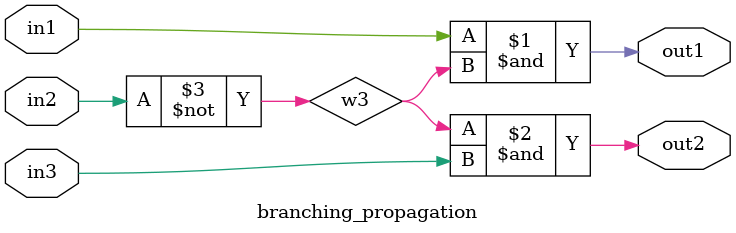
<source format=v>
module branching_propagation(in1, in2, in3, out1, out2);

input in1, in2, in3;
output out1, out2;
wire w3;

not NOT1 (w3, in2);
and AND1 (out1, in1, w3);
and AND2 (out2, w3, in3);

endmodule

</source>
